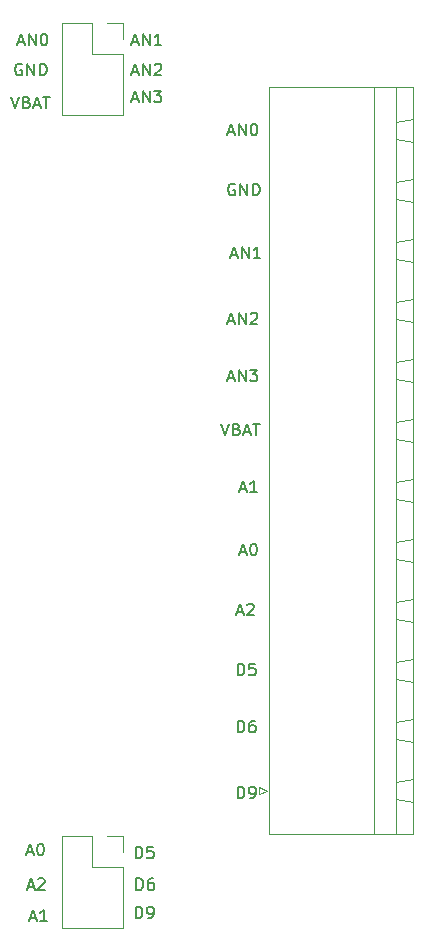
<source format=gbr>
%TF.GenerationSoftware,KiCad,Pcbnew,(7.0.0)*%
%TF.CreationDate,2023-03-18T03:08:11-07:00*%
%TF.ProjectId,Bottom_Board,426f7474-6f6d-45f4-926f-6172642e6b69,0*%
%TF.SameCoordinates,Original*%
%TF.FileFunction,Legend,Top*%
%TF.FilePolarity,Positive*%
%FSLAX46Y46*%
G04 Gerber Fmt 4.6, Leading zero omitted, Abs format (unit mm)*
G04 Created by KiCad (PCBNEW (7.0.0)) date 2023-03-18 03:08:11*
%MOMM*%
%LPD*%
G01*
G04 APERTURE LIST*
%ADD10C,0.150000*%
%ADD11C,0.120000*%
G04 APERTURE END LIST*
D10*
X142684476Y-76204666D02*
X143160666Y-76204666D01*
X142589238Y-76490380D02*
X142922571Y-75490380D01*
X142922571Y-75490380D02*
X143255904Y-76490380D01*
X143589238Y-76490380D02*
X143589238Y-75490380D01*
X143589238Y-75490380D02*
X144160666Y-76490380D01*
X144160666Y-76490380D02*
X144160666Y-75490380D01*
X144827333Y-75490380D02*
X144922571Y-75490380D01*
X144922571Y-75490380D02*
X145017809Y-75538000D01*
X145017809Y-75538000D02*
X145065428Y-75585619D01*
X145065428Y-75585619D02*
X145113047Y-75680857D01*
X145113047Y-75680857D02*
X145160666Y-75871333D01*
X145160666Y-75871333D02*
X145160666Y-76109428D01*
X145160666Y-76109428D02*
X145113047Y-76299904D01*
X145113047Y-76299904D02*
X145065428Y-76395142D01*
X145065428Y-76395142D02*
X145017809Y-76442761D01*
X145017809Y-76442761D02*
X144922571Y-76490380D01*
X144922571Y-76490380D02*
X144827333Y-76490380D01*
X144827333Y-76490380D02*
X144732095Y-76442761D01*
X144732095Y-76442761D02*
X144684476Y-76395142D01*
X144684476Y-76395142D02*
X144636857Y-76299904D01*
X144636857Y-76299904D02*
X144589238Y-76109428D01*
X144589238Y-76109428D02*
X144589238Y-75871333D01*
X144589238Y-75871333D02*
X144636857Y-75680857D01*
X144636857Y-75680857D02*
X144684476Y-75585619D01*
X144684476Y-75585619D02*
X144732095Y-75538000D01*
X144732095Y-75538000D02*
X144827333Y-75490380D01*
X142081238Y-100890380D02*
X142414571Y-101890380D01*
X142414571Y-101890380D02*
X142747904Y-100890380D01*
X143414571Y-101366571D02*
X143557428Y-101414190D01*
X143557428Y-101414190D02*
X143605047Y-101461809D01*
X143605047Y-101461809D02*
X143652666Y-101557047D01*
X143652666Y-101557047D02*
X143652666Y-101699904D01*
X143652666Y-101699904D02*
X143605047Y-101795142D01*
X143605047Y-101795142D02*
X143557428Y-101842761D01*
X143557428Y-101842761D02*
X143462190Y-101890380D01*
X143462190Y-101890380D02*
X143081238Y-101890380D01*
X143081238Y-101890380D02*
X143081238Y-100890380D01*
X143081238Y-100890380D02*
X143414571Y-100890380D01*
X143414571Y-100890380D02*
X143509809Y-100938000D01*
X143509809Y-100938000D02*
X143557428Y-100985619D01*
X143557428Y-100985619D02*
X143605047Y-101080857D01*
X143605047Y-101080857D02*
X143605047Y-101176095D01*
X143605047Y-101176095D02*
X143557428Y-101271333D01*
X143557428Y-101271333D02*
X143509809Y-101318952D01*
X143509809Y-101318952D02*
X143414571Y-101366571D01*
X143414571Y-101366571D02*
X143081238Y-101366571D01*
X144033619Y-101604666D02*
X144509809Y-101604666D01*
X143938381Y-101890380D02*
X144271714Y-100890380D01*
X144271714Y-100890380D02*
X144605047Y-101890380D01*
X144795524Y-100890380D02*
X145366952Y-100890380D01*
X145081238Y-101890380D02*
X145081238Y-100890380D01*
X142938476Y-86618666D02*
X143414666Y-86618666D01*
X142843238Y-86904380D02*
X143176571Y-85904380D01*
X143176571Y-85904380D02*
X143509904Y-86904380D01*
X143843238Y-86904380D02*
X143843238Y-85904380D01*
X143843238Y-85904380D02*
X144414666Y-86904380D01*
X144414666Y-86904380D02*
X144414666Y-85904380D01*
X145414666Y-86904380D02*
X144843238Y-86904380D01*
X145128952Y-86904380D02*
X145128952Y-85904380D01*
X145128952Y-85904380D02*
X145033714Y-86047238D01*
X145033714Y-86047238D02*
X144938476Y-86142476D01*
X144938476Y-86142476D02*
X144843238Y-86190095D01*
X142684476Y-97032666D02*
X143160666Y-97032666D01*
X142589238Y-97318380D02*
X142922571Y-96318380D01*
X142922571Y-96318380D02*
X143255904Y-97318380D01*
X143589238Y-97318380D02*
X143589238Y-96318380D01*
X143589238Y-96318380D02*
X144160666Y-97318380D01*
X144160666Y-97318380D02*
X144160666Y-96318380D01*
X144541619Y-96318380D02*
X145160666Y-96318380D01*
X145160666Y-96318380D02*
X144827333Y-96699333D01*
X144827333Y-96699333D02*
X144970190Y-96699333D01*
X144970190Y-96699333D02*
X145065428Y-96746952D01*
X145065428Y-96746952D02*
X145113047Y-96794571D01*
X145113047Y-96794571D02*
X145160666Y-96889809D01*
X145160666Y-96889809D02*
X145160666Y-97127904D01*
X145160666Y-97127904D02*
X145113047Y-97223142D01*
X145113047Y-97223142D02*
X145065428Y-97270761D01*
X145065428Y-97270761D02*
X144970190Y-97318380D01*
X144970190Y-97318380D02*
X144684476Y-97318380D01*
X144684476Y-97318380D02*
X144589238Y-97270761D01*
X144589238Y-97270761D02*
X144541619Y-97223142D01*
X143700476Y-106430666D02*
X144176666Y-106430666D01*
X143605238Y-106716380D02*
X143938571Y-105716380D01*
X143938571Y-105716380D02*
X144271904Y-106716380D01*
X145129047Y-106716380D02*
X144557619Y-106716380D01*
X144843333Y-106716380D02*
X144843333Y-105716380D01*
X144843333Y-105716380D02*
X144748095Y-105859238D01*
X144748095Y-105859238D02*
X144652857Y-105954476D01*
X144652857Y-105954476D02*
X144557619Y-106002095D01*
X143700476Y-111764666D02*
X144176666Y-111764666D01*
X143605238Y-112050380D02*
X143938571Y-111050380D01*
X143938571Y-111050380D02*
X144271904Y-112050380D01*
X144795714Y-111050380D02*
X144890952Y-111050380D01*
X144890952Y-111050380D02*
X144986190Y-111098000D01*
X144986190Y-111098000D02*
X145033809Y-111145619D01*
X145033809Y-111145619D02*
X145081428Y-111240857D01*
X145081428Y-111240857D02*
X145129047Y-111431333D01*
X145129047Y-111431333D02*
X145129047Y-111669428D01*
X145129047Y-111669428D02*
X145081428Y-111859904D01*
X145081428Y-111859904D02*
X145033809Y-111955142D01*
X145033809Y-111955142D02*
X144986190Y-112002761D01*
X144986190Y-112002761D02*
X144890952Y-112050380D01*
X144890952Y-112050380D02*
X144795714Y-112050380D01*
X144795714Y-112050380D02*
X144700476Y-112002761D01*
X144700476Y-112002761D02*
X144652857Y-111955142D01*
X144652857Y-111955142D02*
X144605238Y-111859904D01*
X144605238Y-111859904D02*
X144557619Y-111669428D01*
X144557619Y-111669428D02*
X144557619Y-111431333D01*
X144557619Y-111431333D02*
X144605238Y-111240857D01*
X144605238Y-111240857D02*
X144652857Y-111145619D01*
X144652857Y-111145619D02*
X144700476Y-111098000D01*
X144700476Y-111098000D02*
X144795714Y-111050380D01*
X125666476Y-137164666D02*
X126142666Y-137164666D01*
X125571238Y-137450380D02*
X125904571Y-136450380D01*
X125904571Y-136450380D02*
X126237904Y-137450380D01*
X126761714Y-136450380D02*
X126856952Y-136450380D01*
X126856952Y-136450380D02*
X126952190Y-136498000D01*
X126952190Y-136498000D02*
X126999809Y-136545619D01*
X126999809Y-136545619D02*
X127047428Y-136640857D01*
X127047428Y-136640857D02*
X127095047Y-136831333D01*
X127095047Y-136831333D02*
X127095047Y-137069428D01*
X127095047Y-137069428D02*
X127047428Y-137259904D01*
X127047428Y-137259904D02*
X126999809Y-137355142D01*
X126999809Y-137355142D02*
X126952190Y-137402761D01*
X126952190Y-137402761D02*
X126856952Y-137450380D01*
X126856952Y-137450380D02*
X126761714Y-137450380D01*
X126761714Y-137450380D02*
X126666476Y-137402761D01*
X126666476Y-137402761D02*
X126618857Y-137355142D01*
X126618857Y-137355142D02*
X126571238Y-137259904D01*
X126571238Y-137259904D02*
X126523619Y-137069428D01*
X126523619Y-137069428D02*
X126523619Y-136831333D01*
X126523619Y-136831333D02*
X126571238Y-136640857D01*
X126571238Y-136640857D02*
X126618857Y-136545619D01*
X126618857Y-136545619D02*
X126666476Y-136498000D01*
X126666476Y-136498000D02*
X126761714Y-136450380D01*
X125920476Y-142752666D02*
X126396666Y-142752666D01*
X125825238Y-143038380D02*
X126158571Y-142038380D01*
X126158571Y-142038380D02*
X126491904Y-143038380D01*
X127349047Y-143038380D02*
X126777619Y-143038380D01*
X127063333Y-143038380D02*
X127063333Y-142038380D01*
X127063333Y-142038380D02*
X126968095Y-142181238D01*
X126968095Y-142181238D02*
X126872857Y-142276476D01*
X126872857Y-142276476D02*
X126777619Y-142324095D01*
X134858095Y-137704380D02*
X134858095Y-136704380D01*
X134858095Y-136704380D02*
X135096190Y-136704380D01*
X135096190Y-136704380D02*
X135239047Y-136752000D01*
X135239047Y-136752000D02*
X135334285Y-136847238D01*
X135334285Y-136847238D02*
X135381904Y-136942476D01*
X135381904Y-136942476D02*
X135429523Y-137132952D01*
X135429523Y-137132952D02*
X135429523Y-137275809D01*
X135429523Y-137275809D02*
X135381904Y-137466285D01*
X135381904Y-137466285D02*
X135334285Y-137561523D01*
X135334285Y-137561523D02*
X135239047Y-137656761D01*
X135239047Y-137656761D02*
X135096190Y-137704380D01*
X135096190Y-137704380D02*
X134858095Y-137704380D01*
X136334285Y-136704380D02*
X135858095Y-136704380D01*
X135858095Y-136704380D02*
X135810476Y-137180571D01*
X135810476Y-137180571D02*
X135858095Y-137132952D01*
X135858095Y-137132952D02*
X135953333Y-137085333D01*
X135953333Y-137085333D02*
X136191428Y-137085333D01*
X136191428Y-137085333D02*
X136286666Y-137132952D01*
X136286666Y-137132952D02*
X136334285Y-137180571D01*
X136334285Y-137180571D02*
X136381904Y-137275809D01*
X136381904Y-137275809D02*
X136381904Y-137513904D01*
X136381904Y-137513904D02*
X136334285Y-137609142D01*
X136334285Y-137609142D02*
X136286666Y-137656761D01*
X136286666Y-137656761D02*
X136191428Y-137704380D01*
X136191428Y-137704380D02*
X135953333Y-137704380D01*
X135953333Y-137704380D02*
X135858095Y-137656761D01*
X135858095Y-137656761D02*
X135810476Y-137609142D01*
X134858095Y-142784380D02*
X134858095Y-141784380D01*
X134858095Y-141784380D02*
X135096190Y-141784380D01*
X135096190Y-141784380D02*
X135239047Y-141832000D01*
X135239047Y-141832000D02*
X135334285Y-141927238D01*
X135334285Y-141927238D02*
X135381904Y-142022476D01*
X135381904Y-142022476D02*
X135429523Y-142212952D01*
X135429523Y-142212952D02*
X135429523Y-142355809D01*
X135429523Y-142355809D02*
X135381904Y-142546285D01*
X135381904Y-142546285D02*
X135334285Y-142641523D01*
X135334285Y-142641523D02*
X135239047Y-142736761D01*
X135239047Y-142736761D02*
X135096190Y-142784380D01*
X135096190Y-142784380D02*
X134858095Y-142784380D01*
X135905714Y-142784380D02*
X136096190Y-142784380D01*
X136096190Y-142784380D02*
X136191428Y-142736761D01*
X136191428Y-142736761D02*
X136239047Y-142689142D01*
X136239047Y-142689142D02*
X136334285Y-142546285D01*
X136334285Y-142546285D02*
X136381904Y-142355809D01*
X136381904Y-142355809D02*
X136381904Y-141974857D01*
X136381904Y-141974857D02*
X136334285Y-141879619D01*
X136334285Y-141879619D02*
X136286666Y-141832000D01*
X136286666Y-141832000D02*
X136191428Y-141784380D01*
X136191428Y-141784380D02*
X136000952Y-141784380D01*
X136000952Y-141784380D02*
X135905714Y-141832000D01*
X135905714Y-141832000D02*
X135858095Y-141879619D01*
X135858095Y-141879619D02*
X135810476Y-141974857D01*
X135810476Y-141974857D02*
X135810476Y-142212952D01*
X135810476Y-142212952D02*
X135858095Y-142308190D01*
X135858095Y-142308190D02*
X135905714Y-142355809D01*
X135905714Y-142355809D02*
X136000952Y-142403428D01*
X136000952Y-142403428D02*
X136191428Y-142403428D01*
X136191428Y-142403428D02*
X136286666Y-142355809D01*
X136286666Y-142355809D02*
X136334285Y-142308190D01*
X136334285Y-142308190D02*
X136381904Y-142212952D01*
X143494095Y-122210380D02*
X143494095Y-121210380D01*
X143494095Y-121210380D02*
X143732190Y-121210380D01*
X143732190Y-121210380D02*
X143875047Y-121258000D01*
X143875047Y-121258000D02*
X143970285Y-121353238D01*
X143970285Y-121353238D02*
X144017904Y-121448476D01*
X144017904Y-121448476D02*
X144065523Y-121638952D01*
X144065523Y-121638952D02*
X144065523Y-121781809D01*
X144065523Y-121781809D02*
X144017904Y-121972285D01*
X144017904Y-121972285D02*
X143970285Y-122067523D01*
X143970285Y-122067523D02*
X143875047Y-122162761D01*
X143875047Y-122162761D02*
X143732190Y-122210380D01*
X143732190Y-122210380D02*
X143494095Y-122210380D01*
X144970285Y-121210380D02*
X144494095Y-121210380D01*
X144494095Y-121210380D02*
X144446476Y-121686571D01*
X144446476Y-121686571D02*
X144494095Y-121638952D01*
X144494095Y-121638952D02*
X144589333Y-121591333D01*
X144589333Y-121591333D02*
X144827428Y-121591333D01*
X144827428Y-121591333D02*
X144922666Y-121638952D01*
X144922666Y-121638952D02*
X144970285Y-121686571D01*
X144970285Y-121686571D02*
X145017904Y-121781809D01*
X145017904Y-121781809D02*
X145017904Y-122019904D01*
X145017904Y-122019904D02*
X144970285Y-122115142D01*
X144970285Y-122115142D02*
X144922666Y-122162761D01*
X144922666Y-122162761D02*
X144827428Y-122210380D01*
X144827428Y-122210380D02*
X144589333Y-122210380D01*
X144589333Y-122210380D02*
X144494095Y-122162761D01*
X144494095Y-122162761D02*
X144446476Y-122115142D01*
X143494095Y-132624380D02*
X143494095Y-131624380D01*
X143494095Y-131624380D02*
X143732190Y-131624380D01*
X143732190Y-131624380D02*
X143875047Y-131672000D01*
X143875047Y-131672000D02*
X143970285Y-131767238D01*
X143970285Y-131767238D02*
X144017904Y-131862476D01*
X144017904Y-131862476D02*
X144065523Y-132052952D01*
X144065523Y-132052952D02*
X144065523Y-132195809D01*
X144065523Y-132195809D02*
X144017904Y-132386285D01*
X144017904Y-132386285D02*
X143970285Y-132481523D01*
X143970285Y-132481523D02*
X143875047Y-132576761D01*
X143875047Y-132576761D02*
X143732190Y-132624380D01*
X143732190Y-132624380D02*
X143494095Y-132624380D01*
X144541714Y-132624380D02*
X144732190Y-132624380D01*
X144732190Y-132624380D02*
X144827428Y-132576761D01*
X144827428Y-132576761D02*
X144875047Y-132529142D01*
X144875047Y-132529142D02*
X144970285Y-132386285D01*
X144970285Y-132386285D02*
X145017904Y-132195809D01*
X145017904Y-132195809D02*
X145017904Y-131814857D01*
X145017904Y-131814857D02*
X144970285Y-131719619D01*
X144970285Y-131719619D02*
X144922666Y-131672000D01*
X144922666Y-131672000D02*
X144827428Y-131624380D01*
X144827428Y-131624380D02*
X144636952Y-131624380D01*
X144636952Y-131624380D02*
X144541714Y-131672000D01*
X144541714Y-131672000D02*
X144494095Y-131719619D01*
X144494095Y-131719619D02*
X144446476Y-131814857D01*
X144446476Y-131814857D02*
X144446476Y-132052952D01*
X144446476Y-132052952D02*
X144494095Y-132148190D01*
X144494095Y-132148190D02*
X144541714Y-132195809D01*
X144541714Y-132195809D02*
X144636952Y-132243428D01*
X144636952Y-132243428D02*
X144827428Y-132243428D01*
X144827428Y-132243428D02*
X144922666Y-132195809D01*
X144922666Y-132195809D02*
X144970285Y-132148190D01*
X144970285Y-132148190D02*
X145017904Y-132052952D01*
X134556476Y-68584666D02*
X135032666Y-68584666D01*
X134461238Y-68870380D02*
X134794571Y-67870380D01*
X134794571Y-67870380D02*
X135127904Y-68870380D01*
X135461238Y-68870380D02*
X135461238Y-67870380D01*
X135461238Y-67870380D02*
X136032666Y-68870380D01*
X136032666Y-68870380D02*
X136032666Y-67870380D01*
X137032666Y-68870380D02*
X136461238Y-68870380D01*
X136746952Y-68870380D02*
X136746952Y-67870380D01*
X136746952Y-67870380D02*
X136651714Y-68013238D01*
X136651714Y-68013238D02*
X136556476Y-68108476D01*
X136556476Y-68108476D02*
X136461238Y-68156095D01*
X134556476Y-73410666D02*
X135032666Y-73410666D01*
X134461238Y-73696380D02*
X134794571Y-72696380D01*
X134794571Y-72696380D02*
X135127904Y-73696380D01*
X135461238Y-73696380D02*
X135461238Y-72696380D01*
X135461238Y-72696380D02*
X136032666Y-73696380D01*
X136032666Y-73696380D02*
X136032666Y-72696380D01*
X136413619Y-72696380D02*
X137032666Y-72696380D01*
X137032666Y-72696380D02*
X136699333Y-73077333D01*
X136699333Y-73077333D02*
X136842190Y-73077333D01*
X136842190Y-73077333D02*
X136937428Y-73124952D01*
X136937428Y-73124952D02*
X136985047Y-73172571D01*
X136985047Y-73172571D02*
X137032666Y-73267809D01*
X137032666Y-73267809D02*
X137032666Y-73505904D01*
X137032666Y-73505904D02*
X136985047Y-73601142D01*
X136985047Y-73601142D02*
X136937428Y-73648761D01*
X136937428Y-73648761D02*
X136842190Y-73696380D01*
X136842190Y-73696380D02*
X136556476Y-73696380D01*
X136556476Y-73696380D02*
X136461238Y-73648761D01*
X136461238Y-73648761D02*
X136413619Y-73601142D01*
X142684476Y-92206666D02*
X143160666Y-92206666D01*
X142589238Y-92492380D02*
X142922571Y-91492380D01*
X142922571Y-91492380D02*
X143255904Y-92492380D01*
X143589238Y-92492380D02*
X143589238Y-91492380D01*
X143589238Y-91492380D02*
X144160666Y-92492380D01*
X144160666Y-92492380D02*
X144160666Y-91492380D01*
X144589238Y-91587619D02*
X144636857Y-91540000D01*
X144636857Y-91540000D02*
X144732095Y-91492380D01*
X144732095Y-91492380D02*
X144970190Y-91492380D01*
X144970190Y-91492380D02*
X145065428Y-91540000D01*
X145065428Y-91540000D02*
X145113047Y-91587619D01*
X145113047Y-91587619D02*
X145160666Y-91682857D01*
X145160666Y-91682857D02*
X145160666Y-91778095D01*
X145160666Y-91778095D02*
X145113047Y-91920952D01*
X145113047Y-91920952D02*
X144541619Y-92492380D01*
X144541619Y-92492380D02*
X145160666Y-92492380D01*
X143494095Y-127036380D02*
X143494095Y-126036380D01*
X143494095Y-126036380D02*
X143732190Y-126036380D01*
X143732190Y-126036380D02*
X143875047Y-126084000D01*
X143875047Y-126084000D02*
X143970285Y-126179238D01*
X143970285Y-126179238D02*
X144017904Y-126274476D01*
X144017904Y-126274476D02*
X144065523Y-126464952D01*
X144065523Y-126464952D02*
X144065523Y-126607809D01*
X144065523Y-126607809D02*
X144017904Y-126798285D01*
X144017904Y-126798285D02*
X143970285Y-126893523D01*
X143970285Y-126893523D02*
X143875047Y-126988761D01*
X143875047Y-126988761D02*
X143732190Y-127036380D01*
X143732190Y-127036380D02*
X143494095Y-127036380D01*
X144922666Y-126036380D02*
X144732190Y-126036380D01*
X144732190Y-126036380D02*
X144636952Y-126084000D01*
X144636952Y-126084000D02*
X144589333Y-126131619D01*
X144589333Y-126131619D02*
X144494095Y-126274476D01*
X144494095Y-126274476D02*
X144446476Y-126464952D01*
X144446476Y-126464952D02*
X144446476Y-126845904D01*
X144446476Y-126845904D02*
X144494095Y-126941142D01*
X144494095Y-126941142D02*
X144541714Y-126988761D01*
X144541714Y-126988761D02*
X144636952Y-127036380D01*
X144636952Y-127036380D02*
X144827428Y-127036380D01*
X144827428Y-127036380D02*
X144922666Y-126988761D01*
X144922666Y-126988761D02*
X144970285Y-126941142D01*
X144970285Y-126941142D02*
X145017904Y-126845904D01*
X145017904Y-126845904D02*
X145017904Y-126607809D01*
X145017904Y-126607809D02*
X144970285Y-126512571D01*
X144970285Y-126512571D02*
X144922666Y-126464952D01*
X144922666Y-126464952D02*
X144827428Y-126417333D01*
X144827428Y-126417333D02*
X144636952Y-126417333D01*
X144636952Y-126417333D02*
X144541714Y-126464952D01*
X144541714Y-126464952D02*
X144494095Y-126512571D01*
X144494095Y-126512571D02*
X144446476Y-126607809D01*
X125221904Y-70458000D02*
X125126666Y-70410380D01*
X125126666Y-70410380D02*
X124983809Y-70410380D01*
X124983809Y-70410380D02*
X124840952Y-70458000D01*
X124840952Y-70458000D02*
X124745714Y-70553238D01*
X124745714Y-70553238D02*
X124698095Y-70648476D01*
X124698095Y-70648476D02*
X124650476Y-70838952D01*
X124650476Y-70838952D02*
X124650476Y-70981809D01*
X124650476Y-70981809D02*
X124698095Y-71172285D01*
X124698095Y-71172285D02*
X124745714Y-71267523D01*
X124745714Y-71267523D02*
X124840952Y-71362761D01*
X124840952Y-71362761D02*
X124983809Y-71410380D01*
X124983809Y-71410380D02*
X125079047Y-71410380D01*
X125079047Y-71410380D02*
X125221904Y-71362761D01*
X125221904Y-71362761D02*
X125269523Y-71315142D01*
X125269523Y-71315142D02*
X125269523Y-70981809D01*
X125269523Y-70981809D02*
X125079047Y-70981809D01*
X125698095Y-71410380D02*
X125698095Y-70410380D01*
X125698095Y-70410380D02*
X126269523Y-71410380D01*
X126269523Y-71410380D02*
X126269523Y-70410380D01*
X126745714Y-71410380D02*
X126745714Y-70410380D01*
X126745714Y-70410380D02*
X126983809Y-70410380D01*
X126983809Y-70410380D02*
X127126666Y-70458000D01*
X127126666Y-70458000D02*
X127221904Y-70553238D01*
X127221904Y-70553238D02*
X127269523Y-70648476D01*
X127269523Y-70648476D02*
X127317142Y-70838952D01*
X127317142Y-70838952D02*
X127317142Y-70981809D01*
X127317142Y-70981809D02*
X127269523Y-71172285D01*
X127269523Y-71172285D02*
X127221904Y-71267523D01*
X127221904Y-71267523D02*
X127126666Y-71362761D01*
X127126666Y-71362761D02*
X126983809Y-71410380D01*
X126983809Y-71410380D02*
X126745714Y-71410380D01*
X143446476Y-116844666D02*
X143922666Y-116844666D01*
X143351238Y-117130380D02*
X143684571Y-116130380D01*
X143684571Y-116130380D02*
X144017904Y-117130380D01*
X144303619Y-116225619D02*
X144351238Y-116178000D01*
X144351238Y-116178000D02*
X144446476Y-116130380D01*
X144446476Y-116130380D02*
X144684571Y-116130380D01*
X144684571Y-116130380D02*
X144779809Y-116178000D01*
X144779809Y-116178000D02*
X144827428Y-116225619D01*
X144827428Y-116225619D02*
X144875047Y-116320857D01*
X144875047Y-116320857D02*
X144875047Y-116416095D01*
X144875047Y-116416095D02*
X144827428Y-116558952D01*
X144827428Y-116558952D02*
X144256000Y-117130380D01*
X144256000Y-117130380D02*
X144875047Y-117130380D01*
X124301238Y-73204380D02*
X124634571Y-74204380D01*
X124634571Y-74204380D02*
X124967904Y-73204380D01*
X125634571Y-73680571D02*
X125777428Y-73728190D01*
X125777428Y-73728190D02*
X125825047Y-73775809D01*
X125825047Y-73775809D02*
X125872666Y-73871047D01*
X125872666Y-73871047D02*
X125872666Y-74013904D01*
X125872666Y-74013904D02*
X125825047Y-74109142D01*
X125825047Y-74109142D02*
X125777428Y-74156761D01*
X125777428Y-74156761D02*
X125682190Y-74204380D01*
X125682190Y-74204380D02*
X125301238Y-74204380D01*
X125301238Y-74204380D02*
X125301238Y-73204380D01*
X125301238Y-73204380D02*
X125634571Y-73204380D01*
X125634571Y-73204380D02*
X125729809Y-73252000D01*
X125729809Y-73252000D02*
X125777428Y-73299619D01*
X125777428Y-73299619D02*
X125825047Y-73394857D01*
X125825047Y-73394857D02*
X125825047Y-73490095D01*
X125825047Y-73490095D02*
X125777428Y-73585333D01*
X125777428Y-73585333D02*
X125729809Y-73632952D01*
X125729809Y-73632952D02*
X125634571Y-73680571D01*
X125634571Y-73680571D02*
X125301238Y-73680571D01*
X126253619Y-73918666D02*
X126729809Y-73918666D01*
X126158381Y-74204380D02*
X126491714Y-73204380D01*
X126491714Y-73204380D02*
X126825047Y-74204380D01*
X127015524Y-73204380D02*
X127586952Y-73204380D01*
X127301238Y-74204380D02*
X127301238Y-73204380D01*
X124904476Y-68584666D02*
X125380666Y-68584666D01*
X124809238Y-68870380D02*
X125142571Y-67870380D01*
X125142571Y-67870380D02*
X125475904Y-68870380D01*
X125809238Y-68870380D02*
X125809238Y-67870380D01*
X125809238Y-67870380D02*
X126380666Y-68870380D01*
X126380666Y-68870380D02*
X126380666Y-67870380D01*
X127047333Y-67870380D02*
X127142571Y-67870380D01*
X127142571Y-67870380D02*
X127237809Y-67918000D01*
X127237809Y-67918000D02*
X127285428Y-67965619D01*
X127285428Y-67965619D02*
X127333047Y-68060857D01*
X127333047Y-68060857D02*
X127380666Y-68251333D01*
X127380666Y-68251333D02*
X127380666Y-68489428D01*
X127380666Y-68489428D02*
X127333047Y-68679904D01*
X127333047Y-68679904D02*
X127285428Y-68775142D01*
X127285428Y-68775142D02*
X127237809Y-68822761D01*
X127237809Y-68822761D02*
X127142571Y-68870380D01*
X127142571Y-68870380D02*
X127047333Y-68870380D01*
X127047333Y-68870380D02*
X126952095Y-68822761D01*
X126952095Y-68822761D02*
X126904476Y-68775142D01*
X126904476Y-68775142D02*
X126856857Y-68679904D01*
X126856857Y-68679904D02*
X126809238Y-68489428D01*
X126809238Y-68489428D02*
X126809238Y-68251333D01*
X126809238Y-68251333D02*
X126856857Y-68060857D01*
X126856857Y-68060857D02*
X126904476Y-67965619D01*
X126904476Y-67965619D02*
X126952095Y-67918000D01*
X126952095Y-67918000D02*
X127047333Y-67870380D01*
X134556476Y-71124666D02*
X135032666Y-71124666D01*
X134461238Y-71410380D02*
X134794571Y-70410380D01*
X134794571Y-70410380D02*
X135127904Y-71410380D01*
X135461238Y-71410380D02*
X135461238Y-70410380D01*
X135461238Y-70410380D02*
X136032666Y-71410380D01*
X136032666Y-71410380D02*
X136032666Y-70410380D01*
X136461238Y-70505619D02*
X136508857Y-70458000D01*
X136508857Y-70458000D02*
X136604095Y-70410380D01*
X136604095Y-70410380D02*
X136842190Y-70410380D01*
X136842190Y-70410380D02*
X136937428Y-70458000D01*
X136937428Y-70458000D02*
X136985047Y-70505619D01*
X136985047Y-70505619D02*
X137032666Y-70600857D01*
X137032666Y-70600857D02*
X137032666Y-70696095D01*
X137032666Y-70696095D02*
X136985047Y-70838952D01*
X136985047Y-70838952D02*
X136413619Y-71410380D01*
X136413619Y-71410380D02*
X137032666Y-71410380D01*
X134913133Y-140394106D02*
X134913133Y-139394106D01*
X134913133Y-139394106D02*
X135151228Y-139394106D01*
X135151228Y-139394106D02*
X135294085Y-139441726D01*
X135294085Y-139441726D02*
X135389323Y-139536964D01*
X135389323Y-139536964D02*
X135436942Y-139632202D01*
X135436942Y-139632202D02*
X135484561Y-139822678D01*
X135484561Y-139822678D02*
X135484561Y-139965535D01*
X135484561Y-139965535D02*
X135436942Y-140156011D01*
X135436942Y-140156011D02*
X135389323Y-140251249D01*
X135389323Y-140251249D02*
X135294085Y-140346487D01*
X135294085Y-140346487D02*
X135151228Y-140394106D01*
X135151228Y-140394106D02*
X134913133Y-140394106D01*
X136341704Y-139394106D02*
X136151228Y-139394106D01*
X136151228Y-139394106D02*
X136055990Y-139441726D01*
X136055990Y-139441726D02*
X136008371Y-139489345D01*
X136008371Y-139489345D02*
X135913133Y-139632202D01*
X135913133Y-139632202D02*
X135865514Y-139822678D01*
X135865514Y-139822678D02*
X135865514Y-140203630D01*
X135865514Y-140203630D02*
X135913133Y-140298868D01*
X135913133Y-140298868D02*
X135960752Y-140346487D01*
X135960752Y-140346487D02*
X136055990Y-140394106D01*
X136055990Y-140394106D02*
X136246466Y-140394106D01*
X136246466Y-140394106D02*
X136341704Y-140346487D01*
X136341704Y-140346487D02*
X136389323Y-140298868D01*
X136389323Y-140298868D02*
X136436942Y-140203630D01*
X136436942Y-140203630D02*
X136436942Y-139965535D01*
X136436942Y-139965535D02*
X136389323Y-139870297D01*
X136389323Y-139870297D02*
X136341704Y-139822678D01*
X136341704Y-139822678D02*
X136246466Y-139775059D01*
X136246466Y-139775059D02*
X136055990Y-139775059D01*
X136055990Y-139775059D02*
X135960752Y-139822678D01*
X135960752Y-139822678D02*
X135913133Y-139870297D01*
X135913133Y-139870297D02*
X135865514Y-139965535D01*
X143255904Y-80618000D02*
X143160666Y-80570380D01*
X143160666Y-80570380D02*
X143017809Y-80570380D01*
X143017809Y-80570380D02*
X142874952Y-80618000D01*
X142874952Y-80618000D02*
X142779714Y-80713238D01*
X142779714Y-80713238D02*
X142732095Y-80808476D01*
X142732095Y-80808476D02*
X142684476Y-80998952D01*
X142684476Y-80998952D02*
X142684476Y-81141809D01*
X142684476Y-81141809D02*
X142732095Y-81332285D01*
X142732095Y-81332285D02*
X142779714Y-81427523D01*
X142779714Y-81427523D02*
X142874952Y-81522761D01*
X142874952Y-81522761D02*
X143017809Y-81570380D01*
X143017809Y-81570380D02*
X143113047Y-81570380D01*
X143113047Y-81570380D02*
X143255904Y-81522761D01*
X143255904Y-81522761D02*
X143303523Y-81475142D01*
X143303523Y-81475142D02*
X143303523Y-81141809D01*
X143303523Y-81141809D02*
X143113047Y-81141809D01*
X143732095Y-81570380D02*
X143732095Y-80570380D01*
X143732095Y-80570380D02*
X144303523Y-81570380D01*
X144303523Y-81570380D02*
X144303523Y-80570380D01*
X144779714Y-81570380D02*
X144779714Y-80570380D01*
X144779714Y-80570380D02*
X145017809Y-80570380D01*
X145017809Y-80570380D02*
X145160666Y-80618000D01*
X145160666Y-80618000D02*
X145255904Y-80713238D01*
X145255904Y-80713238D02*
X145303523Y-80808476D01*
X145303523Y-80808476D02*
X145351142Y-80998952D01*
X145351142Y-80998952D02*
X145351142Y-81141809D01*
X145351142Y-81141809D02*
X145303523Y-81332285D01*
X145303523Y-81332285D02*
X145255904Y-81427523D01*
X145255904Y-81427523D02*
X145160666Y-81522761D01*
X145160666Y-81522761D02*
X145017809Y-81570380D01*
X145017809Y-81570380D02*
X144779714Y-81570380D01*
X125721514Y-140108392D02*
X126197704Y-140108392D01*
X125626276Y-140394106D02*
X125959609Y-139394106D01*
X125959609Y-139394106D02*
X126292942Y-140394106D01*
X126578657Y-139489345D02*
X126626276Y-139441726D01*
X126626276Y-139441726D02*
X126721514Y-139394106D01*
X126721514Y-139394106D02*
X126959609Y-139394106D01*
X126959609Y-139394106D02*
X127054847Y-139441726D01*
X127054847Y-139441726D02*
X127102466Y-139489345D01*
X127102466Y-139489345D02*
X127150085Y-139584583D01*
X127150085Y-139584583D02*
X127150085Y-139679821D01*
X127150085Y-139679821D02*
X127102466Y-139822678D01*
X127102466Y-139822678D02*
X126531038Y-140394106D01*
X126531038Y-140394106D02*
X127150085Y-140394106D01*
D11*
%TO.C,J4*%
X128591000Y-66996000D02*
X128591000Y-74736000D01*
X128591000Y-66996000D02*
X131191000Y-66996000D01*
X128591000Y-74736000D02*
X133791000Y-74736000D01*
X131191000Y-66996000D02*
X131191000Y-69596000D01*
X131191000Y-69596000D02*
X133791000Y-69596000D01*
X132461000Y-66996000D02*
X133791000Y-66996000D01*
X133791000Y-66996000D02*
X133791000Y-68326000D01*
X133791000Y-69596000D02*
X133791000Y-74736000D01*
%TO.C,J6*%
X146141200Y-135612000D02*
X158361200Y-135612000D01*
X155061200Y-135612000D02*
X155061200Y-72432000D01*
X156861200Y-135612000D02*
X155061200Y-135612000D01*
X158361200Y-135612000D02*
X158361200Y-72432000D01*
X158361200Y-132962000D02*
X158361200Y-130962000D01*
X156861200Y-132712000D02*
X158361200Y-132962000D01*
X145341200Y-132262000D02*
X145341200Y-131662000D01*
X145941200Y-131962000D02*
X145341200Y-132262000D01*
X145341200Y-131662000D02*
X145941200Y-131962000D01*
X156861200Y-131212000D02*
X156861200Y-132712000D01*
X158361200Y-130962000D02*
X156861200Y-131212000D01*
X158361200Y-127882000D02*
X158361200Y-125882000D01*
X156861200Y-127632000D02*
X158361200Y-127882000D01*
X156861200Y-126132000D02*
X156861200Y-127632000D01*
X158361200Y-125882000D02*
X156861200Y-126132000D01*
X158361200Y-122802000D02*
X158361200Y-120802000D01*
X156861200Y-122552000D02*
X158361200Y-122802000D01*
X156861200Y-121052000D02*
X156861200Y-122552000D01*
X158361200Y-120802000D02*
X156861200Y-121052000D01*
X158361200Y-117722000D02*
X158361200Y-115722000D01*
X156861200Y-117472000D02*
X158361200Y-117722000D01*
X156861200Y-115972000D02*
X156861200Y-117472000D01*
X158361200Y-115722000D02*
X156861200Y-115972000D01*
X158361200Y-112642000D02*
X158361200Y-110642000D01*
X156861200Y-112392000D02*
X158361200Y-112642000D01*
X156861200Y-110892000D02*
X156861200Y-112392000D01*
X158361200Y-110642000D02*
X156861200Y-110892000D01*
X158361200Y-107562000D02*
X158361200Y-105562000D01*
X156861200Y-107312000D02*
X158361200Y-107562000D01*
X156861200Y-105812000D02*
X156861200Y-107312000D01*
X158361200Y-105562000D02*
X156861200Y-105812000D01*
X158361200Y-102482000D02*
X158361200Y-100482000D01*
X156861200Y-102232000D02*
X158361200Y-102482000D01*
X156861200Y-100732000D02*
X156861200Y-102232000D01*
X158361200Y-100482000D02*
X156861200Y-100732000D01*
X158361200Y-97402000D02*
X158361200Y-95402000D01*
X156861200Y-97152000D02*
X158361200Y-97402000D01*
X156861200Y-95652000D02*
X156861200Y-97152000D01*
X158361200Y-95402000D02*
X156861200Y-95652000D01*
X158361200Y-92322000D02*
X158361200Y-90322000D01*
X156861200Y-92072000D02*
X158361200Y-92322000D01*
X156861200Y-90572000D02*
X156861200Y-92072000D01*
X158361200Y-90322000D02*
X156861200Y-90572000D01*
X158361200Y-87242000D02*
X158361200Y-85242000D01*
X156861200Y-86992000D02*
X158361200Y-87242000D01*
X156861200Y-85492000D02*
X156861200Y-86992000D01*
X158361200Y-85242000D02*
X156861200Y-85492000D01*
X158361200Y-82162000D02*
X158361200Y-80162000D01*
X156861200Y-81912000D02*
X158361200Y-82162000D01*
X156861200Y-80412000D02*
X156861200Y-81912000D01*
X158361200Y-80162000D02*
X156861200Y-80412000D01*
X158361200Y-77082000D02*
X158361200Y-75082000D01*
X156861200Y-76832000D02*
X158361200Y-77082000D01*
X156861200Y-75332000D02*
X156861200Y-76832000D01*
X158361200Y-75082000D02*
X156861200Y-75332000D01*
X146141200Y-72432000D02*
X146141200Y-135612000D01*
X155061200Y-72432000D02*
X156861200Y-72432000D01*
X156861200Y-72432000D02*
X156861200Y-135612000D01*
X158361200Y-72432000D02*
X146141200Y-72432000D01*
%TO.C,J3*%
X128591000Y-135830000D02*
X128591000Y-143570000D01*
X128591000Y-135830000D02*
X131191000Y-135830000D01*
X128591000Y-143570000D02*
X133791000Y-143570000D01*
X131191000Y-135830000D02*
X131191000Y-138430000D01*
X131191000Y-138430000D02*
X133791000Y-138430000D01*
X132461000Y-135830000D02*
X133791000Y-135830000D01*
X133791000Y-135830000D02*
X133791000Y-137160000D01*
X133791000Y-138430000D02*
X133791000Y-143570000D01*
%TD*%
M02*

</source>
